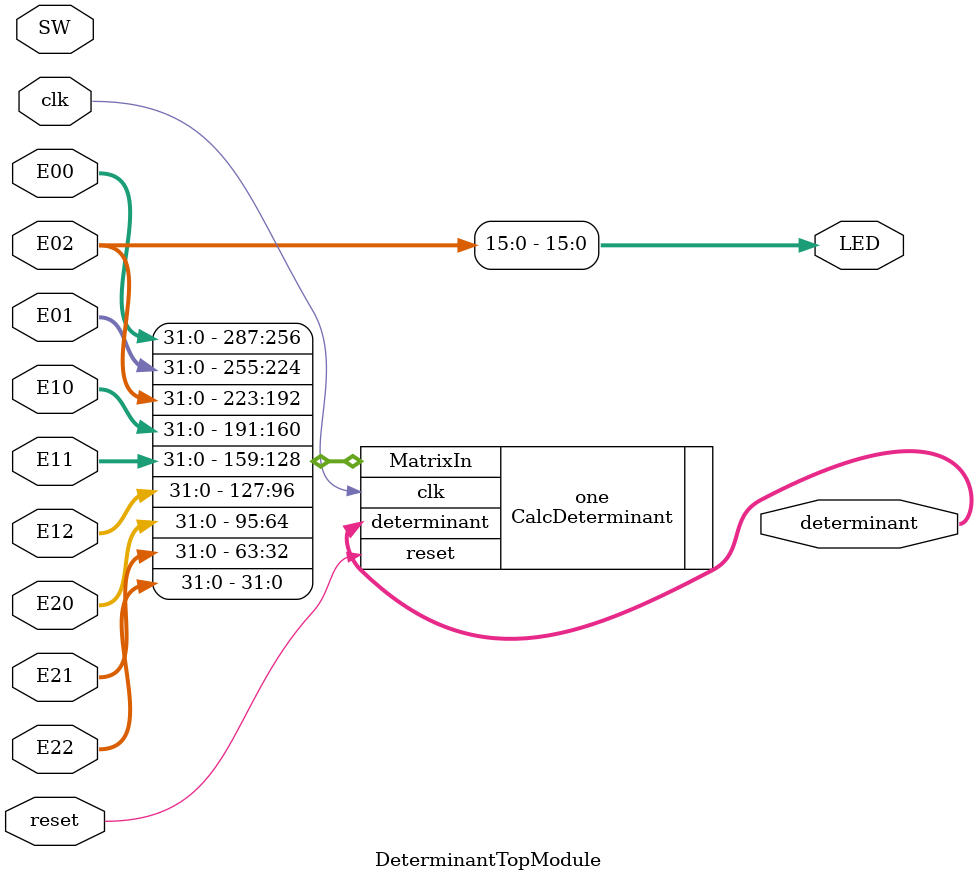
<source format=v>
`timescale 1ns / 1ps


module DeterminantTopModule(clk, reset, SW, LED,
                             E00, E01, E02, 
                             E10, E11, E12, 
                             E20, E21, E22, 
                             determinant);

input clk, reset; 
input [2:0] SW; 
input [31:0] E00, E01, E02, 
             E10, E11, E12, 
             E20, E21, E22;
output  wire  [15:0] LED;
output wire [31:0] determinant;


CalcDeterminant one (.clk (clk), .reset(reset), .MatrixIn({E00, E01, E02, E10, E11, E12, E20, E21,E22}), 
                     .determinant(determinant));
assign LED = E02[15:0];
endmodule

</source>
